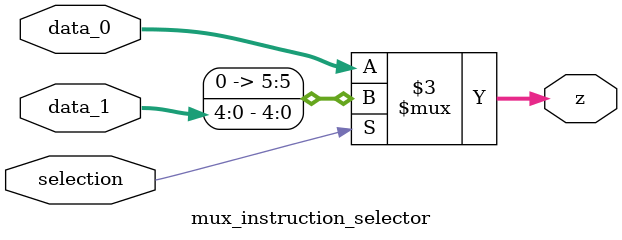
<source format=v>
module mux_instruction_selector #(
	parameter M=6,//Multiplex's Number of bits
	parameter N=1//Number of bits in 'selection'
)


(
input [N-1:0]selection,
input [M-2:0] data_1, 
input [M-1:0] data_0,
output [M-1:0] z
);

assign z=(selection==1)? data_1:data_0;

endmodule

</source>
